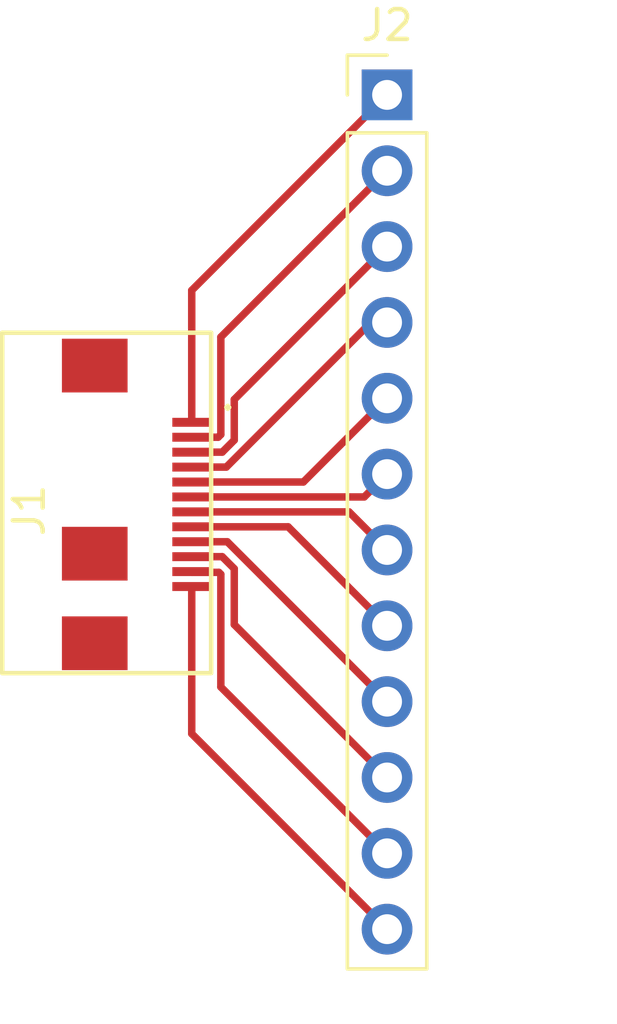
<source format=kicad_pcb>
(kicad_pcb (version 20171130) (host pcbnew "(5.1.6-0-10_14)")

  (general
    (thickness 1.6)
    (drawings 0)
    (tracks 35)
    (zones 0)
    (modules 2)
    (nets 13)
  )

  (page A4)
  (layers
    (0 F.Cu signal)
    (31 B.Cu signal)
    (32 B.Adhes user)
    (33 F.Adhes user)
    (34 B.Paste user)
    (35 F.Paste user)
    (36 B.SilkS user)
    (37 F.SilkS user)
    (38 B.Mask user)
    (39 F.Mask user)
    (40 Dwgs.User user)
    (41 Cmts.User user)
    (42 Eco1.User user)
    (43 Eco2.User user)
    (44 Edge.Cuts user)
    (45 Margin user)
    (46 B.CrtYd user)
    (47 F.CrtYd user)
    (48 B.Fab user)
    (49 F.Fab user)
  )

  (setup
    (last_trace_width 0.25)
    (trace_clearance 0.2)
    (zone_clearance 0.508)
    (zone_45_only no)
    (trace_min 0.2)
    (via_size 0.8)
    (via_drill 0.4)
    (via_min_size 0.4)
    (via_min_drill 0.3)
    (uvia_size 0.3)
    (uvia_drill 0.1)
    (uvias_allowed no)
    (uvia_min_size 0.2)
    (uvia_min_drill 0.1)
    (edge_width 0.05)
    (segment_width 0.2)
    (pcb_text_width 0.3)
    (pcb_text_size 1.5 1.5)
    (mod_edge_width 0.12)
    (mod_text_size 1 1)
    (mod_text_width 0.15)
    (pad_size 1.524 1.524)
    (pad_drill 0.762)
    (pad_to_mask_clearance 0.05)
    (aux_axis_origin 0 0)
    (visible_elements FFFFFF7F)
    (pcbplotparams
      (layerselection 0x010fc_ffffffff)
      (usegerberextensions false)
      (usegerberattributes true)
      (usegerberadvancedattributes true)
      (creategerberjobfile true)
      (excludeedgelayer true)
      (linewidth 0.100000)
      (plotframeref false)
      (viasonmask false)
      (mode 1)
      (useauxorigin false)
      (hpglpennumber 1)
      (hpglpenspeed 20)
      (hpglpendiameter 15.000000)
      (psnegative false)
      (psa4output false)
      (plotreference true)
      (plotvalue true)
      (plotinvisibletext false)
      (padsonsilk false)
      (subtractmaskfromsilk false)
      (outputformat 1)
      (mirror false)
      (drillshape 1)
      (scaleselection 1)
      (outputdirectory ""))
  )

  (net 0 "")
  (net 1 "Net-(J1-Pad12)")
  (net 2 "Net-(J1-Pad11)")
  (net 3 "Net-(J1-Pad10)")
  (net 4 "Net-(J1-Pad9)")
  (net 5 "Net-(J1-Pad8)")
  (net 6 "Net-(J1-Pad7)")
  (net 7 "Net-(J1-Pad5)")
  (net 8 "Net-(J1-Pad4)")
  (net 9 "Net-(J1-Pad3)")
  (net 10 "Net-(J1-Pad2)")
  (net 11 "Net-(J1-Pad1)")
  (net 12 "Net-(J1-Pad6)")

  (net_class Default "This is the default net class."
    (clearance 0.2)
    (trace_width 0.25)
    (via_dia 0.8)
    (via_drill 0.4)
    (uvia_dia 0.3)
    (uvia_drill 0.1)
    (add_net "Net-(J1-Pad1)")
    (add_net "Net-(J1-Pad10)")
    (add_net "Net-(J1-Pad11)")
    (add_net "Net-(J1-Pad12)")
    (add_net "Net-(J1-Pad2)")
    (add_net "Net-(J1-Pad3)")
    (add_net "Net-(J1-Pad4)")
    (add_net "Net-(J1-Pad5)")
    (add_net "Net-(J1-Pad6)")
    (add_net "Net-(J1-Pad7)")
    (add_net "Net-(J1-Pad8)")
    (add_net "Net-(J1-Pad9)")
  )

  (module Connector_PinHeader_2.54mm:PinHeader_1x12_P2.54mm_Vertical (layer F.Cu) (tedit 59FED5CC) (tstamp 5ED114B1)
    (at 142.944 75.9665)
    (descr "Through hole straight pin header, 1x12, 2.54mm pitch, single row")
    (tags "Through hole pin header THT 1x12 2.54mm single row")
    (path /5ED05D25)
    (fp_text reference J2 (at 0 -2.33) (layer F.SilkS)
      (effects (font (size 1 1) (thickness 0.15)))
    )
    (fp_text value Conn_01x12_Female (at 0 30.27) (layer F.Fab)
      (effects (font (size 1 1) (thickness 0.15)))
    )
    (fp_text user %R (at 0 13.97 90) (layer F.Fab)
      (effects (font (size 1 1) (thickness 0.15)))
    )
    (fp_line (start -0.635 -1.27) (end 1.27 -1.27) (layer F.Fab) (width 0.1))
    (fp_line (start 1.27 -1.27) (end 1.27 29.21) (layer F.Fab) (width 0.1))
    (fp_line (start 1.27 29.21) (end -1.27 29.21) (layer F.Fab) (width 0.1))
    (fp_line (start -1.27 29.21) (end -1.27 -0.635) (layer F.Fab) (width 0.1))
    (fp_line (start -1.27 -0.635) (end -0.635 -1.27) (layer F.Fab) (width 0.1))
    (fp_line (start -1.33 29.27) (end 1.33 29.27) (layer F.SilkS) (width 0.12))
    (fp_line (start -1.33 1.27) (end -1.33 29.27) (layer F.SilkS) (width 0.12))
    (fp_line (start 1.33 1.27) (end 1.33 29.27) (layer F.SilkS) (width 0.12))
    (fp_line (start -1.33 1.27) (end 1.33 1.27) (layer F.SilkS) (width 0.12))
    (fp_line (start -1.33 0) (end -1.33 -1.33) (layer F.SilkS) (width 0.12))
    (fp_line (start -1.33 -1.33) (end 0 -1.33) (layer F.SilkS) (width 0.12))
    (fp_line (start -1.8 -1.8) (end -1.8 29.75) (layer F.CrtYd) (width 0.05))
    (fp_line (start -1.8 29.75) (end 1.8 29.75) (layer F.CrtYd) (width 0.05))
    (fp_line (start 1.8 29.75) (end 1.8 -1.8) (layer F.CrtYd) (width 0.05))
    (fp_line (start 1.8 -1.8) (end -1.8 -1.8) (layer F.CrtYd) (width 0.05))
    (pad 12 thru_hole oval (at 0 27.94) (size 1.7 1.7) (drill 1) (layers *.Cu *.Mask)
      (net 1 "Net-(J1-Pad12)"))
    (pad 11 thru_hole oval (at 0 25.4) (size 1.7 1.7) (drill 1) (layers *.Cu *.Mask)
      (net 2 "Net-(J1-Pad11)"))
    (pad 10 thru_hole oval (at 0 22.86) (size 1.7 1.7) (drill 1) (layers *.Cu *.Mask)
      (net 3 "Net-(J1-Pad10)"))
    (pad 9 thru_hole oval (at 0 20.32) (size 1.7 1.7) (drill 1) (layers *.Cu *.Mask)
      (net 4 "Net-(J1-Pad9)"))
    (pad 8 thru_hole oval (at 0 17.78) (size 1.7 1.7) (drill 1) (layers *.Cu *.Mask)
      (net 5 "Net-(J1-Pad8)"))
    (pad 7 thru_hole oval (at 0 15.24) (size 1.7 1.7) (drill 1) (layers *.Cu *.Mask)
      (net 6 "Net-(J1-Pad7)"))
    (pad 6 thru_hole oval (at 0 12.7) (size 1.7 1.7) (drill 1) (layers *.Cu *.Mask)
      (net 12 "Net-(J1-Pad6)"))
    (pad 5 thru_hole oval (at 0 10.16) (size 1.7 1.7) (drill 1) (layers *.Cu *.Mask)
      (net 7 "Net-(J1-Pad5)"))
    (pad 4 thru_hole oval (at 0 7.62) (size 1.7 1.7) (drill 1) (layers *.Cu *.Mask)
      (net 8 "Net-(J1-Pad4)"))
    (pad 3 thru_hole oval (at 0 5.08) (size 1.7 1.7) (drill 1) (layers *.Cu *.Mask)
      (net 9 "Net-(J1-Pad3)"))
    (pad 2 thru_hole oval (at 0 2.54) (size 1.7 1.7) (drill 1) (layers *.Cu *.Mask)
      (net 10 "Net-(J1-Pad2)"))
    (pad 1 thru_hole rect (at 0 0) (size 1.7 1.7) (drill 1) (layers *.Cu *.Mask)
      (net 11 "Net-(J1-Pad1)"))
    (model ${KISYS3DMOD}/Connector_PinHeader_2.54mm.3dshapes/PinHeader_1x12_P2.54mm_Vertical.wrl
      (at (xyz 0 0 0))
      (scale (xyz 1 1 1))
      (rotate (xyz 0 0 0))
    )
  )

  (module BVH_Connectors:Omron_XF3M_12_6_Pin_Combo (layer F.Cu) (tedit 5ED03F2E) (tstamp 5ED11491)
    (at 136.398 86.9315 270)
    (path /5ED0416E)
    (fp_text reference J1 (at 2.95 5.45 90) (layer F.SilkS)
      (effects (font (size 1 1) (thickness 0.15)))
    )
    (fp_text value Conn_01x12_Female (at 1.35 1.55 90) (layer F.Fab)
      (effects (font (size 1 1) (thickness 0.15)))
    )
    (fp_text user . (at -0.5 -0.8 90) (layer F.SilkS)
      (effects (font (size 1 1) (thickness 0.15)))
    )
    (fp_line (start -3 -0.65) (end 8.4 -0.65) (layer F.SilkS) (width 0.15))
    (fp_line (start 8.4 -0.65) (end 8.4 6.35) (layer F.SilkS) (width 0.15))
    (fp_line (start 8.4 6.35) (end -3 6.35) (layer F.SilkS) (width 0.15))
    (fp_line (start -3 6.35) (end -3 -0.65) (layer F.SilkS) (width 0.15))
    (pad "" smd rect (at 4.4 3.25 270) (size 1.8 2.2) (layers F.Cu F.Paste F.Mask))
    (pad 12 smd rect (at 5.5 0 270) (size 0.3 1.3) (layers F.Cu F.Paste F.Mask)
      (net 1 "Net-(J1-Pad12)"))
    (pad 11 smd rect (at 5 0 270) (size 0.3 1.3) (layers F.Cu F.Paste F.Mask)
      (net 2 "Net-(J1-Pad11)"))
    (pad 10 smd rect (at 4.5 0 270) (size 0.3 1.3) (layers F.Cu F.Paste F.Mask)
      (net 3 "Net-(J1-Pad10)"))
    (pad 9 smd rect (at 4 0 270) (size 0.3 1.3) (layers F.Cu F.Paste F.Mask)
      (net 4 "Net-(J1-Pad9)"))
    (pad 8 smd rect (at 3.5 0 270) (size 0.3 1.3) (layers F.Cu F.Paste F.Mask)
      (net 5 "Net-(J1-Pad8)"))
    (pad 7 smd rect (at 3 0 270) (size 0.3 1.3) (layers F.Cu F.Paste F.Mask)
      (net 6 "Net-(J1-Pad7)"))
    (pad 5 smd rect (at 2 0 270) (size 0.3 1.3) (layers F.Cu F.Paste F.Mask)
      (net 7 "Net-(J1-Pad5)"))
    (pad 4 smd rect (at 1.5 0 270) (size 0.3 1.3) (layers F.Cu F.Paste F.Mask)
      (net 8 "Net-(J1-Pad4)"))
    (pad 3 smd rect (at 1 0 270) (size 0.3 1.3) (layers F.Cu F.Paste F.Mask)
      (net 9 "Net-(J1-Pad3)"))
    (pad 2 smd rect (at 0.5 0 270) (size 0.3 1.3) (layers F.Cu F.Paste F.Mask)
      (net 10 "Net-(J1-Pad2)"))
    (pad 1 smd rect (at 0 0 270) (size 0.3 1.3) (layers F.Cu F.Paste F.Mask)
      (net 11 "Net-(J1-Pad1)"))
    (pad "" smd rect (at -1.9 3.25 270) (size 1.8 2.2) (layers F.Cu F.Paste F.Mask))
    (pad 6 smd rect (at 2.5 0 270) (size 0.3 1.3) (layers F.Cu F.Paste F.Mask)
      (net 12 "Net-(J1-Pad6)"))
    (pad "" smd rect (at 7.4 3.25 270) (size 1.8 2.2) (layers F.Cu F.Paste F.Mask))
  )

  (segment (start 136.398 97.3605) (end 142.944 103.9065) (width 0.25) (layer F.Cu) (net 1))
  (segment (start 136.398 92.4315) (end 136.398 97.3605) (width 0.25) (layer F.Cu) (net 1))
  (segment (start 137.373001 95.795501) (end 142.944 101.3665) (width 0.25) (layer F.Cu) (net 2))
  (segment (start 137.373001 92.021499) (end 137.373001 95.795501) (width 0.25) (layer F.Cu) (net 2))
  (segment (start 136.398 91.956499) (end 137.308001 91.956499) (width 0.25) (layer F.Cu) (net 2))
  (segment (start 136.398 91.9315) (end 136.398 91.956499) (width 0.25) (layer F.Cu) (net 2))
  (segment (start 137.308001 91.956499) (end 137.373001 92.021499) (width 0.25) (layer F.Cu) (net 2))
  (segment (start 136.398 91.4315) (end 137.419413 91.4315) (width 0.25) (layer F.Cu) (net 3))
  (segment (start 142.094001 97.976501) (end 142.944 98.8265) (width 0.25) (layer F.Cu) (net 3))
  (segment (start 137.823012 91.835099) (end 137.823012 93.705512) (width 0.25) (layer F.Cu) (net 3))
  (segment (start 137.419413 91.4315) (end 137.823012 91.835099) (width 0.25) (layer F.Cu) (net 3))
  (segment (start 137.823012 93.705512) (end 142.094001 97.976501) (width 0.25) (layer F.Cu) (net 3))
  (segment (start 137.589 90.9315) (end 142.944 96.2865) (width 0.25) (layer F.Cu) (net 4))
  (segment (start 136.398 90.9315) (end 137.589 90.9315) (width 0.25) (layer F.Cu) (net 4))
  (segment (start 136.398 90.4315) (end 139.629 90.4315) (width 0.25) (layer F.Cu) (net 5))
  (segment (start 139.629 90.4315) (end 142.944 93.7465) (width 0.25) (layer F.Cu) (net 5))
  (segment (start 141.669 89.9315) (end 142.944 91.2065) (width 0.25) (layer F.Cu) (net 6))
  (segment (start 136.398 89.9315) (end 141.669 89.9315) (width 0.25) (layer F.Cu) (net 6))
  (segment (start 140.139 88.9315) (end 142.944 86.1265) (width 0.25) (layer F.Cu) (net 7))
  (segment (start 136.398 88.9315) (end 140.139 88.9315) (width 0.25) (layer F.Cu) (net 7))
  (segment (start 142.400823 83.5865) (end 142.944 83.5865) (width 0.25) (layer F.Cu) (net 8))
  (segment (start 137.555823 88.4315) (end 142.400823 83.5865) (width 0.25) (layer F.Cu) (net 8))
  (segment (start 136.398 88.4315) (end 137.555823 88.4315) (width 0.25) (layer F.Cu) (net 8))
  (segment (start 137.823012 86.167488) (end 142.944 81.0465) (width 0.25) (layer F.Cu) (net 9))
  (segment (start 137.823012 87.527901) (end 137.823012 86.167488) (width 0.25) (layer F.Cu) (net 9))
  (segment (start 137.419413 87.9315) (end 137.823012 87.527901) (width 0.25) (layer F.Cu) (net 9))
  (segment (start 136.398 87.9315) (end 137.419413 87.9315) (width 0.25) (layer F.Cu) (net 9))
  (segment (start 137.373001 87.341502) (end 137.373001 84.077499) (width 0.25) (layer F.Cu) (net 10))
  (segment (start 136.398 87.4315) (end 137.283003 87.4315) (width 0.25) (layer F.Cu) (net 10))
  (segment (start 137.283003 87.4315) (end 137.373001 87.341502) (width 0.25) (layer F.Cu) (net 10))
  (segment (start 137.373001 84.077499) (end 142.944 78.5065) (width 0.25) (layer F.Cu) (net 10))
  (segment (start 136.398 82.5125) (end 142.944 75.9665) (width 0.25) (layer F.Cu) (net 11))
  (segment (start 136.398 86.9315) (end 136.398 82.5125) (width 0.25) (layer F.Cu) (net 11))
  (segment (start 142.179 89.4315) (end 142.944 88.6665) (width 0.25) (layer F.Cu) (net 12))
  (segment (start 136.398 89.4315) (end 142.179 89.4315) (width 0.25) (layer F.Cu) (net 12))

)

</source>
